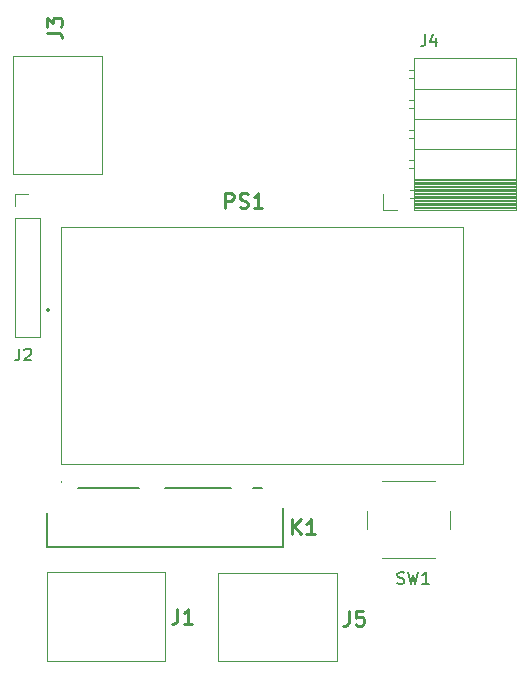
<source format=gbr>
%TF.GenerationSoftware,KiCad,Pcbnew,7.0.2*%
%TF.CreationDate,2023-04-22T16:52:06-03:00*%
%TF.ProjectId,PowerAndCommModule,506f7765-7241-46e6-9443-6f6d6d4d6f64,rev?*%
%TF.SameCoordinates,Original*%
%TF.FileFunction,Legend,Top*%
%TF.FilePolarity,Positive*%
%FSLAX46Y46*%
G04 Gerber Fmt 4.6, Leading zero omitted, Abs format (unit mm)*
G04 Created by KiCad (PCBNEW 7.0.2) date 2023-04-22 16:52:06*
%MOMM*%
%LPD*%
G01*
G04 APERTURE LIST*
%ADD10C,0.254000*%
%ADD11C,0.150000*%
%ADD12C,0.100000*%
%ADD13C,0.120000*%
%ADD14C,0.200000*%
G04 APERTURE END LIST*
D10*
%TO.C,J5*%
X55106667Y-75747526D02*
X55106667Y-76654669D01*
X55106667Y-76654669D02*
X55046190Y-76836097D01*
X55046190Y-76836097D02*
X54925238Y-76957050D01*
X54925238Y-76957050D02*
X54743809Y-77017526D01*
X54743809Y-77017526D02*
X54622857Y-77017526D01*
X56316190Y-75747526D02*
X55711428Y-75747526D01*
X55711428Y-75747526D02*
X55650952Y-76352288D01*
X55650952Y-76352288D02*
X55711428Y-76291811D01*
X55711428Y-76291811D02*
X55832381Y-76231335D01*
X55832381Y-76231335D02*
X56134762Y-76231335D01*
X56134762Y-76231335D02*
X56255714Y-76291811D01*
X56255714Y-76291811D02*
X56316190Y-76352288D01*
X56316190Y-76352288D02*
X56376667Y-76473240D01*
X56376667Y-76473240D02*
X56376667Y-76775621D01*
X56376667Y-76775621D02*
X56316190Y-76896573D01*
X56316190Y-76896573D02*
X56255714Y-76957050D01*
X56255714Y-76957050D02*
X56134762Y-77017526D01*
X56134762Y-77017526D02*
X55832381Y-77017526D01*
X55832381Y-77017526D02*
X55711428Y-76957050D01*
X55711428Y-76957050D02*
X55650952Y-76896573D01*
D11*
%TO.C,J4*%
X61536666Y-26952619D02*
X61536666Y-27666904D01*
X61536666Y-27666904D02*
X61489047Y-27809761D01*
X61489047Y-27809761D02*
X61393809Y-27905000D01*
X61393809Y-27905000D02*
X61250952Y-27952619D01*
X61250952Y-27952619D02*
X61155714Y-27952619D01*
X62441428Y-27285952D02*
X62441428Y-27952619D01*
X62203333Y-26905000D02*
X61965238Y-27619285D01*
X61965238Y-27619285D02*
X62584285Y-27619285D01*
D10*
%TO.C,PS1*%
X44617856Y-41647526D02*
X44617856Y-40377526D01*
X44617856Y-40377526D02*
X45101666Y-40377526D01*
X45101666Y-40377526D02*
X45222618Y-40438002D01*
X45222618Y-40438002D02*
X45283095Y-40498478D01*
X45283095Y-40498478D02*
X45343571Y-40619430D01*
X45343571Y-40619430D02*
X45343571Y-40800859D01*
X45343571Y-40800859D02*
X45283095Y-40921811D01*
X45283095Y-40921811D02*
X45222618Y-40982288D01*
X45222618Y-40982288D02*
X45101666Y-41042764D01*
X45101666Y-41042764D02*
X44617856Y-41042764D01*
X45827380Y-41587050D02*
X46008809Y-41647526D01*
X46008809Y-41647526D02*
X46311190Y-41647526D01*
X46311190Y-41647526D02*
X46432142Y-41587050D01*
X46432142Y-41587050D02*
X46492618Y-41526573D01*
X46492618Y-41526573D02*
X46553095Y-41405621D01*
X46553095Y-41405621D02*
X46553095Y-41284669D01*
X46553095Y-41284669D02*
X46492618Y-41163716D01*
X46492618Y-41163716D02*
X46432142Y-41103240D01*
X46432142Y-41103240D02*
X46311190Y-41042764D01*
X46311190Y-41042764D02*
X46069285Y-40982288D01*
X46069285Y-40982288D02*
X45948333Y-40921811D01*
X45948333Y-40921811D02*
X45887856Y-40861335D01*
X45887856Y-40861335D02*
X45827380Y-40740383D01*
X45827380Y-40740383D02*
X45827380Y-40619430D01*
X45827380Y-40619430D02*
X45887856Y-40498478D01*
X45887856Y-40498478D02*
X45948333Y-40438002D01*
X45948333Y-40438002D02*
X46069285Y-40377526D01*
X46069285Y-40377526D02*
X46371666Y-40377526D01*
X46371666Y-40377526D02*
X46553095Y-40438002D01*
X47762619Y-41647526D02*
X47036904Y-41647526D01*
X47399761Y-41647526D02*
X47399761Y-40377526D01*
X47399761Y-40377526D02*
X47278809Y-40558954D01*
X47278809Y-40558954D02*
X47157857Y-40679907D01*
X47157857Y-40679907D02*
X47036904Y-40740383D01*
%TO.C,K1*%
X50272618Y-69277526D02*
X50272618Y-68007526D01*
X50998333Y-69277526D02*
X50454047Y-68551811D01*
X50998333Y-68007526D02*
X50272618Y-68733240D01*
X52207857Y-69277526D02*
X51482142Y-69277526D01*
X51844999Y-69277526D02*
X51844999Y-68007526D01*
X51844999Y-68007526D02*
X51724047Y-68188954D01*
X51724047Y-68188954D02*
X51603095Y-68309907D01*
X51603095Y-68309907D02*
X51482142Y-68370383D01*
D11*
%TO.C,SW1*%
X59196667Y-73425000D02*
X59339524Y-73472619D01*
X59339524Y-73472619D02*
X59577619Y-73472619D01*
X59577619Y-73472619D02*
X59672857Y-73425000D01*
X59672857Y-73425000D02*
X59720476Y-73377380D01*
X59720476Y-73377380D02*
X59768095Y-73282142D01*
X59768095Y-73282142D02*
X59768095Y-73186904D01*
X59768095Y-73186904D02*
X59720476Y-73091666D01*
X59720476Y-73091666D02*
X59672857Y-73044047D01*
X59672857Y-73044047D02*
X59577619Y-72996428D01*
X59577619Y-72996428D02*
X59387143Y-72948809D01*
X59387143Y-72948809D02*
X59291905Y-72901190D01*
X59291905Y-72901190D02*
X59244286Y-72853571D01*
X59244286Y-72853571D02*
X59196667Y-72758333D01*
X59196667Y-72758333D02*
X59196667Y-72663095D01*
X59196667Y-72663095D02*
X59244286Y-72567857D01*
X59244286Y-72567857D02*
X59291905Y-72520238D01*
X59291905Y-72520238D02*
X59387143Y-72472619D01*
X59387143Y-72472619D02*
X59625238Y-72472619D01*
X59625238Y-72472619D02*
X59768095Y-72520238D01*
X60101429Y-72472619D02*
X60339524Y-73472619D01*
X60339524Y-73472619D02*
X60530000Y-72758333D01*
X60530000Y-72758333D02*
X60720476Y-73472619D01*
X60720476Y-73472619D02*
X60958572Y-72472619D01*
X61863333Y-73472619D02*
X61291905Y-73472619D01*
X61577619Y-73472619D02*
X61577619Y-72472619D01*
X61577619Y-72472619D02*
X61482381Y-72615476D01*
X61482381Y-72615476D02*
X61387143Y-72710714D01*
X61387143Y-72710714D02*
X61291905Y-72758333D01*
D10*
%TO.C,J1*%
X40566667Y-75577526D02*
X40566667Y-76484669D01*
X40566667Y-76484669D02*
X40506190Y-76666097D01*
X40506190Y-76666097D02*
X40385238Y-76787050D01*
X40385238Y-76787050D02*
X40203809Y-76847526D01*
X40203809Y-76847526D02*
X40082857Y-76847526D01*
X41836667Y-76847526D02*
X41110952Y-76847526D01*
X41473809Y-76847526D02*
X41473809Y-75577526D01*
X41473809Y-75577526D02*
X41352857Y-75758954D01*
X41352857Y-75758954D02*
X41231905Y-75879907D01*
X41231905Y-75879907D02*
X41110952Y-75940383D01*
D11*
%TO.C,J2*%
X27186666Y-53552619D02*
X27186666Y-54266904D01*
X27186666Y-54266904D02*
X27139047Y-54409761D01*
X27139047Y-54409761D02*
X27043809Y-54505000D01*
X27043809Y-54505000D02*
X26900952Y-54552619D01*
X26900952Y-54552619D02*
X26805714Y-54552619D01*
X27615238Y-53647857D02*
X27662857Y-53600238D01*
X27662857Y-53600238D02*
X27758095Y-53552619D01*
X27758095Y-53552619D02*
X27996190Y-53552619D01*
X27996190Y-53552619D02*
X28091428Y-53600238D01*
X28091428Y-53600238D02*
X28139047Y-53647857D01*
X28139047Y-53647857D02*
X28186666Y-53743095D01*
X28186666Y-53743095D02*
X28186666Y-53838333D01*
X28186666Y-53838333D02*
X28139047Y-53981190D01*
X28139047Y-53981190D02*
X27567619Y-54552619D01*
X27567619Y-54552619D02*
X28186666Y-54552619D01*
D10*
%TO.C,J3*%
X29527526Y-26793332D02*
X30434669Y-26793332D01*
X30434669Y-26793332D02*
X30616097Y-26853809D01*
X30616097Y-26853809D02*
X30737050Y-26974761D01*
X30737050Y-26974761D02*
X30797526Y-27156190D01*
X30797526Y-27156190D02*
X30797526Y-27277142D01*
X29527526Y-26309523D02*
X29527526Y-25523332D01*
X29527526Y-25523332D02*
X30011335Y-25946666D01*
X30011335Y-25946666D02*
X30011335Y-25765237D01*
X30011335Y-25765237D02*
X30071811Y-25644285D01*
X30071811Y-25644285D02*
X30132288Y-25583809D01*
X30132288Y-25583809D02*
X30253240Y-25523332D01*
X30253240Y-25523332D02*
X30555621Y-25523332D01*
X30555621Y-25523332D02*
X30676573Y-25583809D01*
X30676573Y-25583809D02*
X30737050Y-25644285D01*
X30737050Y-25644285D02*
X30797526Y-25765237D01*
X30797526Y-25765237D02*
X30797526Y-26128094D01*
X30797526Y-26128094D02*
X30737050Y-26249047D01*
X30737050Y-26249047D02*
X30676573Y-26309523D01*
D12*
%TO.C,J5*%
X44040000Y-72520000D02*
X54040000Y-72520000D01*
X44040000Y-80020000D02*
X44040000Y-72520000D01*
X54040000Y-72520000D02*
X54040000Y-80020000D01*
X54040000Y-80020000D02*
X44040000Y-80020000D01*
D13*
%TO.C,J4*%
X69210000Y-41780000D02*
X69210000Y-28960000D01*
X69210000Y-41780000D02*
X60580000Y-41780000D01*
X69210000Y-41660000D02*
X60580000Y-41660000D01*
X69210000Y-41541905D02*
X60580000Y-41541905D01*
X69210000Y-41423810D02*
X60580000Y-41423810D01*
X69210000Y-41305715D02*
X60580000Y-41305715D01*
X69210000Y-41187620D02*
X60580000Y-41187620D01*
X69210000Y-41069525D02*
X60580000Y-41069525D01*
X69210000Y-40951430D02*
X60580000Y-40951430D01*
X69210000Y-40833335D02*
X60580000Y-40833335D01*
X69210000Y-40715240D02*
X60580000Y-40715240D01*
X69210000Y-40597145D02*
X60580000Y-40597145D01*
X69210000Y-40479050D02*
X60580000Y-40479050D01*
X69210000Y-40360955D02*
X60580000Y-40360955D01*
X69210000Y-40242860D02*
X60580000Y-40242860D01*
X69210000Y-40124765D02*
X60580000Y-40124765D01*
X69210000Y-40006670D02*
X60580000Y-40006670D01*
X69210000Y-39888575D02*
X60580000Y-39888575D01*
X69210000Y-39770480D02*
X60580000Y-39770480D01*
X69210000Y-39652385D02*
X60580000Y-39652385D01*
X69210000Y-39534290D02*
X60580000Y-39534290D01*
X69210000Y-39416195D02*
X60580000Y-39416195D01*
X69210000Y-39298100D02*
X60580000Y-39298100D01*
X69210000Y-39180000D02*
X60580000Y-39180000D01*
X69210000Y-36640000D02*
X60580000Y-36640000D01*
X69210000Y-34100000D02*
X60580000Y-34100000D01*
X69210000Y-31560000D02*
X60580000Y-31560000D01*
X69210000Y-28960000D02*
X60580000Y-28960000D01*
X60580000Y-41780000D02*
X60580000Y-28960000D01*
X60580000Y-40810000D02*
X60230000Y-40810000D01*
X60580000Y-40090000D02*
X60230000Y-40090000D01*
X60580000Y-38270000D02*
X60170000Y-38270000D01*
X60580000Y-37550000D02*
X60170000Y-37550000D01*
X60580000Y-35730000D02*
X60170000Y-35730000D01*
X60580000Y-35010000D02*
X60170000Y-35010000D01*
X60580000Y-33190000D02*
X60170000Y-33190000D01*
X60580000Y-32470000D02*
X60170000Y-32470000D01*
X60580000Y-30650000D02*
X60170000Y-30650000D01*
X60580000Y-29930000D02*
X60170000Y-29930000D01*
X59120000Y-41780000D02*
X58010000Y-41780000D01*
X58010000Y-41780000D02*
X58010000Y-40450000D01*
D14*
%TO.C,PS1*%
X29520000Y-50280000D02*
X29520000Y-50280000D01*
X29720000Y-50280000D02*
X29720000Y-50280000D01*
D12*
X30720000Y-43280000D02*
X64720000Y-43280000D01*
X30720000Y-63280000D02*
X30720000Y-43280000D01*
X64720000Y-43280000D02*
X64720000Y-63280000D01*
X64720000Y-63280000D02*
X30720000Y-63280000D01*
D14*
X29720000Y-50280000D02*
G75*
G03*
X29520000Y-50280000I-100000J0D01*
G01*
X29520000Y-50280000D02*
G75*
G03*
X29720000Y-50280000I100000J0D01*
G01*
%TO.C,K1*%
X29490000Y-70360000D02*
X29490000Y-67460000D01*
D12*
X30740000Y-64760000D02*
X30740000Y-64760000D01*
X30740000Y-64860000D02*
X30740000Y-64860000D01*
D14*
X32140000Y-65360000D02*
X37340000Y-65360000D01*
X39540000Y-65360000D02*
X45140000Y-65360000D01*
X46940000Y-65360000D02*
X47740000Y-65360000D01*
X49490000Y-67060000D02*
X49490000Y-70360000D01*
X49490000Y-70360000D02*
X29490000Y-70360000D01*
D12*
X30740000Y-64860000D02*
G75*
G03*
X30740000Y-64760000I0J50000D01*
G01*
X30740000Y-64760000D02*
G75*
G03*
X30740000Y-64860000I0J-50000D01*
G01*
D13*
%TO.C,SW1*%
X56640000Y-67290000D02*
X56640000Y-68790000D01*
X57890000Y-71290000D02*
X62390000Y-71290000D01*
X62390000Y-64790000D02*
X57890000Y-64790000D01*
X63640000Y-68790000D02*
X63640000Y-67290000D01*
D12*
%TO.C,J1*%
X29510000Y-72460000D02*
X39510000Y-72460000D01*
X29510000Y-79960000D02*
X29510000Y-72460000D01*
X39510000Y-72460000D02*
X39510000Y-79960000D01*
X39510000Y-79960000D02*
X29510000Y-79960000D01*
D13*
%TO.C,J2*%
X26820000Y-40420000D02*
X27880000Y-40420000D01*
X26820000Y-41480000D02*
X26820000Y-40420000D01*
X26820000Y-42480000D02*
X26820000Y-52540000D01*
X26820000Y-42480000D02*
X28940000Y-42480000D01*
X26820000Y-52540000D02*
X28940000Y-52540000D01*
X28940000Y-42480000D02*
X28940000Y-52540000D01*
D12*
%TO.C,J3*%
X34160000Y-28780000D02*
X34160000Y-38780000D01*
X26660000Y-28780000D02*
X34160000Y-28780000D01*
X34160000Y-38780000D02*
X26660000Y-38780000D01*
X26660000Y-38780000D02*
X26660000Y-28780000D01*
%TD*%
M02*

</source>
